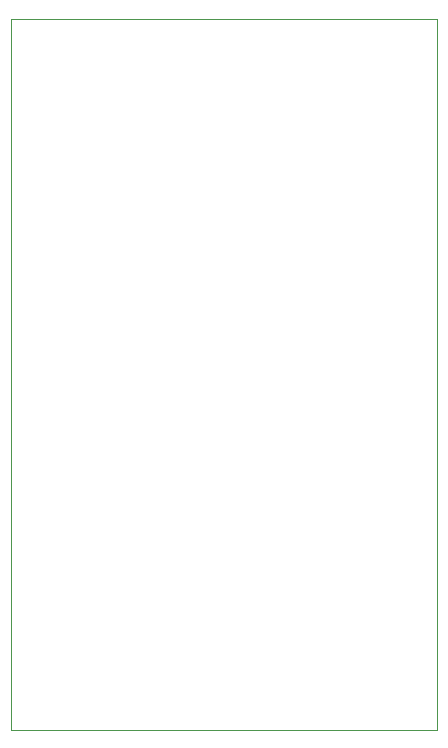
<source format=gm1>
G04 #@! TF.GenerationSoftware,KiCad,Pcbnew,7.0.6*
G04 #@! TF.CreationDate,2024-02-26T11:52:11-05:00*
G04 #@! TF.ProjectId,CHESSmate CPU,43484553-536d-4617-9465-204350552e6b,rev?*
G04 #@! TF.SameCoordinates,Original*
G04 #@! TF.FileFunction,Profile,NP*
%FSLAX46Y46*%
G04 Gerber Fmt 4.6, Leading zero omitted, Abs format (unit mm)*
G04 Created by KiCad (PCBNEW 7.0.6) date 2024-02-26 11:52:11*
%MOMM*%
%LPD*%
G01*
G04 APERTURE LIST*
G04 #@! TA.AperFunction,Profile*
%ADD10C,0.100000*%
G04 #@! TD*
G04 APERTURE END LIST*
D10*
X109100000Y-54110000D02*
X145130000Y-54110000D01*
X145130000Y-114310000D01*
X109100000Y-114310000D01*
X109100000Y-54110000D01*
M02*

</source>
